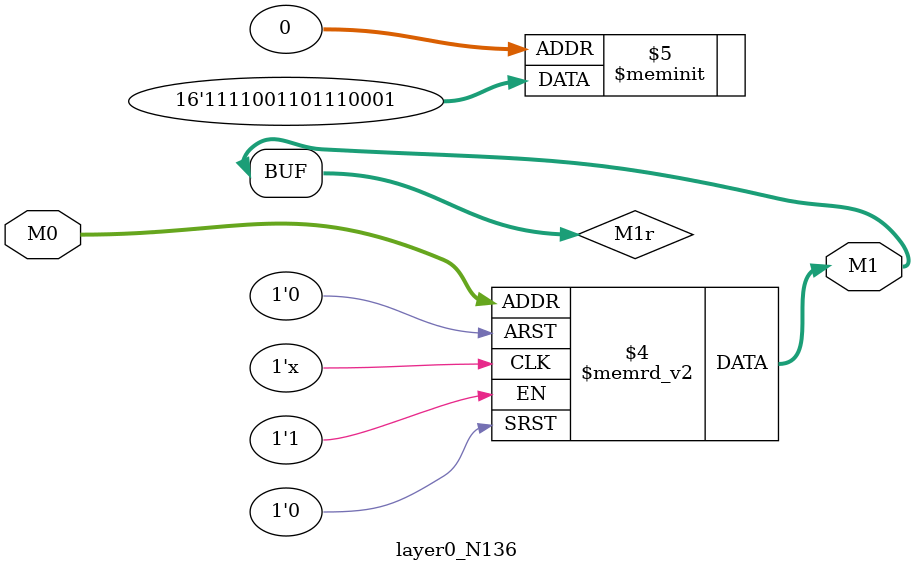
<source format=v>
module layer0_N136 ( input [2:0] M0, output [1:0] M1 );

	(*rom_style = "distributed" *) reg [1:0] M1r;
	assign M1 = M1r;
	always @ (M0) begin
		case (M0)
			3'b000: M1r = 2'b01;
			3'b100: M1r = 2'b11;
			3'b010: M1r = 2'b11;
			3'b110: M1r = 2'b11;
			3'b001: M1r = 2'b00;
			3'b101: M1r = 2'b00;
			3'b011: M1r = 2'b01;
			3'b111: M1r = 2'b11;

		endcase
	end
endmodule

</source>
